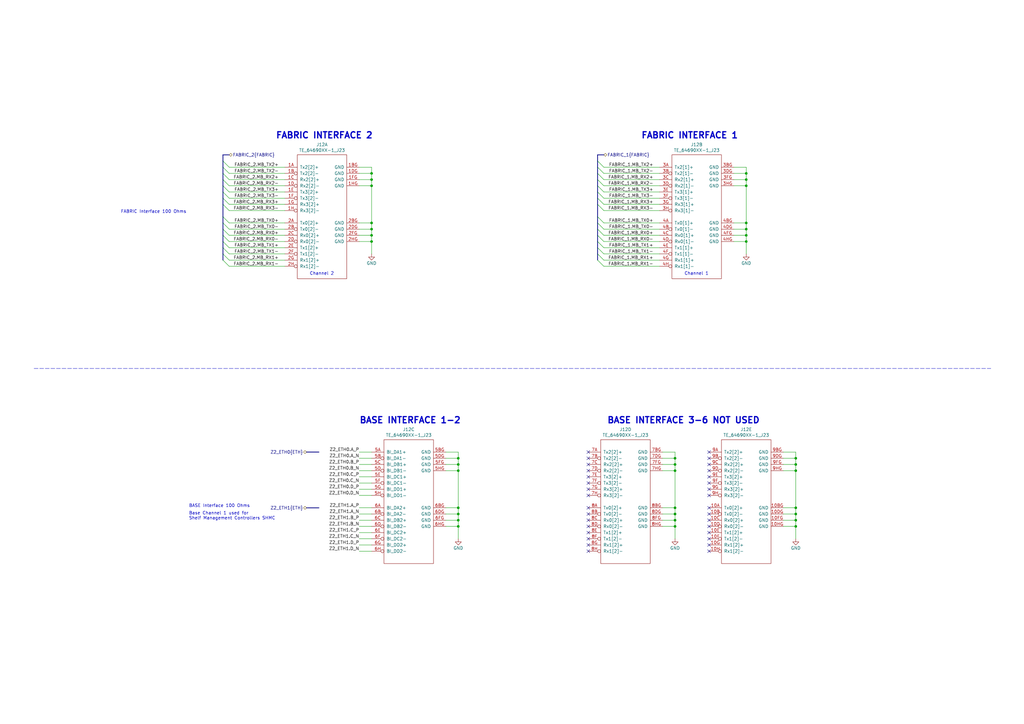
<source format=kicad_sch>
(kicad_sch (version 20211123) (generator eeschema)
  (paper "A3")
  (title_block (title "ATCA Template") (date "2023-01-05") (rev "1.0") (company "Karlsruhe Institute of Technology (KIT)") (comment 1 "Carsten Schmerbeck") (comment 2 "Luis Ardila") (comment 4 "Licensed under CERN-OHL-P v2"))
  (junction (at 306.07 91.44))
  (junction (at 276.86 208.28))
  (junction (at 187.96 187.96))
  (junction (at 276.86 210.82))
  (junction (at 306.07 93.98))
  (junction (at 276.86 190.5))
  (junction (at 306.07 71.12))
  (junction (at 326.39 210.82))
  (junction (at 326.39 208.28))
  (junction (at 326.39 193.04))
  (junction (at 187.96 210.82))
  (junction (at 152.4 91.44))
  (junction (at 187.96 193.04))
  (junction (at 276.86 215.9))
  (junction (at 152.4 73.66))
  (junction (at 306.07 96.52))
  (junction (at 152.4 96.52))
  (junction (at 187.96 215.9))
  (junction (at 326.39 187.96))
  (junction (at 152.4 99.06))
  (junction (at 276.86 187.96))
  (junction (at 276.86 213.36))
  (junction (at 326.39 215.9))
  (junction (at 306.07 73.66))
  (junction (at 326.39 190.5))
  (junction (at 306.07 99.06))
  (junction (at 306.07 76.2))
  (junction (at 187.96 190.5))
  (junction (at 187.96 213.36))
  (junction (at 187.96 208.28))
  (junction (at 152.4 76.2))
  (junction (at 276.86 193.04))
  (junction (at 326.39 213.36))
  (junction (at 152.4 93.98))
  (junction (at 152.4 71.12))
  (no_connect (at 241.3 226.06))
  (no_connect (at 290.83 226.06))
  (no_connect (at 290.83 220.98))
  (no_connect (at 290.83 223.52))
  (no_connect (at 241.3 190.5))
  (no_connect (at 241.3 200.66))
  (no_connect (at 241.3 215.9))
  (no_connect (at 241.3 195.58))
  (no_connect (at 290.83 213.36))
  (no_connect (at 241.3 187.96))
  (no_connect (at 241.3 218.44))
  (no_connect (at 290.83 193.04))
  (no_connect (at 290.83 185.42))
  (no_connect (at 290.83 198.12))
  (no_connect (at 241.3 210.82))
  (no_connect (at 241.3 208.28))
  (no_connect (at 241.3 213.36))
  (no_connect (at 290.83 195.58))
  (no_connect (at 241.3 193.04))
  (no_connect (at 290.83 190.5))
  (no_connect (at 241.3 198.12))
  (no_connect (at 241.3 223.52))
  (no_connect (at 290.83 215.9))
  (no_connect (at 290.83 210.82))
  (no_connect (at 290.83 218.44))
  (no_connect (at 241.3 203.2))
  (no_connect (at 290.83 200.66))
  (no_connect (at 241.3 220.98))
  (no_connect (at 290.83 203.2))
  (no_connect (at 290.83 187.96))
  (no_connect (at 241.3 185.42))
  (no_connect (at 290.83 208.28))
  (bus_entry (at 245.11 81.28) (size 2.54 2.54))
  (bus_entry (at 245.11 104.14) (size 2.54 2.54))
  (bus_entry (at 91.44 66.04) (size 2.54 2.54))
  (bus_entry (at 91.44 93.98) (size 2.54 2.54))
  (bus_entry (at 245.11 91.44) (size 2.54 2.54))
  (bus_entry (at 91.44 68.58) (size 2.54 2.54))
  (bus_entry (at 91.44 106.68) (size 2.54 2.54))
  (bus_entry (at 245.11 99.06) (size 2.54 2.54))
  (bus_entry (at 245.11 106.68) (size 2.54 2.54))
  (bus_entry (at 91.44 91.44) (size 2.54 2.54))
  (bus_entry (at 91.44 73.66) (size 2.54 2.54))
  (bus_entry (at 245.11 88.9) (size 2.54 2.54))
  (bus_entry (at 91.44 99.06) (size 2.54 2.54))
  (bus_entry (at 245.11 101.6) (size 2.54 2.54))
  (bus_entry (at 245.11 83.82) (size 2.54 2.54))
  (bus_entry (at 91.44 96.52) (size 2.54 2.54))
  (bus_entry (at 245.11 66.04) (size 2.54 2.54))
  (bus_entry (at 245.11 73.66) (size 2.54 2.54))
  (bus_entry (at 91.44 88.9) (size 2.54 2.54))
  (bus_entry (at 91.44 78.74) (size 2.54 2.54))
  (bus_entry (at 245.11 71.12) (size 2.54 2.54))
  (bus_entry (at 91.44 76.2) (size 2.54 2.54))
  (bus_entry (at 245.11 93.98) (size 2.54 2.54))
  (bus_entry (at 245.11 78.74) (size 2.54 2.54))
  (bus_entry (at 91.44 101.6) (size 2.54 2.54))
  (bus_entry (at 245.11 76.2) (size 2.54 2.54))
  (bus_entry (at 91.44 81.28) (size 2.54 2.54))
  (bus_entry (at 245.11 68.58) (size 2.54 2.54))
  (bus_entry (at 91.44 71.12) (size 2.54 2.54))
  (bus_entry (at 91.44 83.82) (size 2.54 2.54))
  (bus_entry (at 91.44 104.14) (size 2.54 2.54))
  (bus_entry (at 245.11 96.52) (size 2.54 2.54))
  (bus (pts (xy 91.44 68.58) (xy 91.44 66.04)))
  (wire (pts (xy 321.31 193.04) (xy 326.39 193.04)))
  (wire (pts (xy 182.88 187.96) (xy 187.96 187.96)))
  (wire (pts (xy 187.96 208.28) (xy 187.96 210.82)))
  (wire (pts (xy 247.65 104.14) (xy 270.51 104.14)))
  (wire (pts (xy 326.39 213.36) (xy 326.39 215.9)))
  (bus (pts (xy 91.44 88.9) (xy 91.44 83.82)))
  (wire (pts (xy 93.98 99.06) (xy 116.84 99.06)))
  (bus (pts (xy 245.11 81.28) (xy 245.11 78.74)))
  (wire (pts (xy 152.4 93.98) (xy 152.4 96.52)))
  (bus (pts (xy 245.11 73.66) (xy 245.11 71.12)))
  (wire (pts (xy 152.4 99.06) (xy 152.4 104.14)))
  (wire (pts (xy 271.78 210.82) (xy 276.86 210.82)))
  (wire (pts (xy 321.31 208.28) (xy 326.39 208.28)))
  (wire (pts (xy 326.39 215.9) (xy 326.39 220.98)))
  (wire (pts (xy 93.98 106.68) (xy 116.84 106.68)))
  (wire (pts (xy 276.86 193.04) (xy 276.86 208.28)))
  (wire (pts (xy 187.96 213.36) (xy 187.96 215.9)))
  (wire (pts (xy 247.65 106.68) (xy 270.51 106.68)))
  (wire (pts (xy 182.88 208.28) (xy 187.96 208.28)))
  (wire (pts (xy 306.07 96.52) (xy 306.07 99.06)))
  (bus (pts (xy 91.44 91.44) (xy 91.44 88.9)))
  (wire (pts (xy 147.32 96.52) (xy 152.4 96.52)))
  (wire (pts (xy 147.32 185.42) (xy 152.4 185.42)))
  (wire (pts (xy 247.65 101.6) (xy 270.51 101.6)))
  (wire (pts (xy 147.32 99.06) (xy 152.4 99.06)))
  (wire (pts (xy 300.99 91.44) (xy 306.07 91.44)))
  (bus (pts (xy 245.11 83.82) (xy 245.11 81.28)))
  (wire (pts (xy 271.78 208.28) (xy 276.86 208.28)))
  (wire (pts (xy 326.39 210.82) (xy 326.39 213.36)))
  (wire (pts (xy 93.98 86.36) (xy 116.84 86.36)))
  (wire (pts (xy 152.4 96.52) (xy 152.4 99.06)))
  (bus (pts (xy 245.11 91.44) (xy 245.11 88.9)))
  (wire (pts (xy 271.78 185.42) (xy 276.86 185.42)))
  (wire (pts (xy 300.99 99.06) (xy 306.07 99.06)))
  (wire (pts (xy 147.32 210.82) (xy 152.4 210.82)))
  (wire (pts (xy 326.39 187.96) (xy 326.39 190.5)))
  (wire (pts (xy 147.32 195.58) (xy 152.4 195.58)))
  (wire (pts (xy 93.98 76.2) (xy 116.84 76.2)))
  (wire (pts (xy 247.65 71.12) (xy 270.51 71.12)))
  (wire (pts (xy 152.4 226.06) (xy 147.32 226.06)))
  (wire (pts (xy 306.07 73.66) (xy 306.07 76.2)))
  (bus (pts (xy 91.44 104.14) (xy 91.44 101.6)))
  (wire (pts (xy 152.4 71.12) (xy 152.4 73.66)))
  (bus (pts (xy 245.11 71.12) (xy 245.11 68.58)))
  (wire (pts (xy 300.99 71.12) (xy 306.07 71.12)))
  (wire (pts (xy 247.65 76.2) (xy 270.51 76.2)))
  (bus (pts (xy 91.44 73.66) (xy 91.44 71.12)))
  (wire (pts (xy 306.07 99.06) (xy 306.07 104.14)))
  (wire (pts (xy 187.96 215.9) (xy 187.96 220.98)))
  (wire (pts (xy 321.31 185.42) (xy 326.39 185.42)))
  (polyline (pts (xy 13.97 151.13) (xy 406.4 151.13)))
  (wire (pts (xy 247.65 91.44) (xy 270.51 91.44)))
  (wire (pts (xy 93.98 91.44) (xy 116.84 91.44)))
  (bus (pts (xy 91.44 78.74) (xy 91.44 76.2)))
  (wire (pts (xy 247.65 78.74) (xy 270.51 78.74)))
  (wire (pts (xy 247.65 93.98) (xy 270.51 93.98)))
  (wire (pts (xy 276.86 187.96) (xy 276.86 190.5)))
  (bus (pts (xy 125.73 185.42) (xy 130.81 185.42)))
  (wire (pts (xy 271.78 187.96) (xy 276.86 187.96)))
  (bus (pts (xy 245.11 76.2) (xy 245.11 73.66)))
  (wire (pts (xy 93.98 109.22) (xy 116.84 109.22)))
  (wire (pts (xy 93.98 81.28) (xy 116.84 81.28)))
  (wire (pts (xy 247.65 96.52) (xy 270.51 96.52)))
  (wire (pts (xy 152.4 91.44) (xy 152.4 93.98)))
  (wire (pts (xy 300.99 93.98) (xy 306.07 93.98)))
  (wire (pts (xy 147.32 76.2) (xy 152.4 76.2)))
  (wire (pts (xy 306.07 91.44) (xy 306.07 93.98)))
  (wire (pts (xy 187.96 187.96) (xy 187.96 190.5)))
  (wire (pts (xy 152.4 76.2) (xy 152.4 91.44)))
  (wire (pts (xy 326.39 193.04) (xy 326.39 208.28)))
  (wire (pts (xy 321.31 190.5) (xy 326.39 190.5)))
  (wire (pts (xy 300.99 76.2) (xy 306.07 76.2)))
  (wire (pts (xy 182.88 213.36) (xy 187.96 213.36)))
  (wire (pts (xy 326.39 190.5) (xy 326.39 193.04)))
  (wire (pts (xy 147.32 187.96) (xy 152.4 187.96)))
  (wire (pts (xy 271.78 193.04) (xy 276.86 193.04)))
  (bus (pts (xy 245.11 78.74) (xy 245.11 76.2)))
  (bus (pts (xy 245.11 104.14) (xy 245.11 101.6)))
  (wire (pts (xy 93.98 93.98) (xy 116.84 93.98)))
  (bus (pts (xy 91.44 93.98) (xy 91.44 91.44)))
  (wire (pts (xy 276.86 208.28) (xy 276.86 210.82)))
  (bus (pts (xy 245.11 93.98) (xy 245.11 91.44)))
  (wire (pts (xy 147.32 71.12) (xy 152.4 71.12)))
  (wire (pts (xy 93.98 96.52) (xy 116.84 96.52)))
  (bus (pts (xy 91.44 83.82) (xy 91.44 81.28)))
  (wire (pts (xy 306.07 93.98) (xy 306.07 96.52)))
  (wire (pts (xy 147.32 73.66) (xy 152.4 73.66)))
  (wire (pts (xy 276.86 190.5) (xy 276.86 193.04)))
  (wire (pts (xy 147.32 215.9) (xy 152.4 215.9)))
  (wire (pts (xy 247.65 109.22) (xy 270.51 109.22)))
  (bus (pts (xy 91.44 76.2) (xy 91.44 73.66)))
  (wire (pts (xy 187.96 210.82) (xy 187.96 213.36)))
  (bus (pts (xy 245.11 88.9) (xy 245.11 83.82)))
  (bus (pts (xy 91.44 99.06) (xy 91.44 96.52)))
  (wire (pts (xy 276.86 185.42) (xy 276.86 187.96)))
  (wire (pts (xy 147.32 213.36) (xy 152.4 213.36)))
  (wire (pts (xy 147.32 93.98) (xy 152.4 93.98)))
  (wire (pts (xy 93.98 83.82) (xy 116.84 83.82)))
  (wire (pts (xy 326.39 208.28) (xy 326.39 210.82)))
  (wire (pts (xy 182.88 215.9) (xy 187.96 215.9)))
  (wire (pts (xy 147.32 208.28) (xy 152.4 208.28)))
  (wire (pts (xy 321.31 215.9) (xy 326.39 215.9)))
  (wire (pts (xy 93.98 101.6) (xy 116.84 101.6)))
  (bus (pts (xy 245.11 68.58) (xy 245.11 66.04)))
  (bus (pts (xy 91.44 66.04) (xy 91.44 63.5)))
  (wire (pts (xy 271.78 215.9) (xy 276.86 215.9)))
  (bus (pts (xy 91.44 71.12) (xy 91.44 68.58)))
  (wire (pts (xy 152.4 73.66) (xy 152.4 76.2)))
  (wire (pts (xy 147.32 91.44) (xy 152.4 91.44)))
  (bus (pts (xy 245.11 96.52) (xy 245.11 93.98)))
  (wire (pts (xy 271.78 190.5) (xy 276.86 190.5)))
  (wire (pts (xy 182.88 185.42) (xy 187.96 185.42)))
  (bus (pts (xy 245.11 66.04) (xy 245.11 63.5)))
  (wire (pts (xy 247.65 81.28) (xy 270.51 81.28)))
  (wire (pts (xy 300.99 68.58) (xy 306.07 68.58)))
  (bus (pts (xy 245.11 106.68) (xy 245.11 104.14)))
  (wire (pts (xy 152.4 220.98) (xy 147.32 220.98)))
  (wire (pts (xy 182.88 210.82) (xy 187.96 210.82)))
  (wire (pts (xy 306.07 76.2) (xy 306.07 91.44)))
  (bus (pts (xy 91.44 81.28) (xy 91.44 78.74)))
  (wire (pts (xy 182.88 193.04) (xy 187.96 193.04)))
  (wire (pts (xy 247.65 99.06) (xy 270.51 99.06)))
  (bus (pts (xy 245.11 99.06) (xy 245.11 96.52)))
  (wire (pts (xy 187.96 185.42) (xy 187.96 187.96)))
  (wire (pts (xy 276.86 210.82) (xy 276.86 213.36)))
  (wire (pts (xy 152.4 198.12) (xy 147.32 198.12)))
  (wire (pts (xy 93.98 104.14) (xy 116.84 104.14)))
  (bus (pts (xy 125.73 208.28) (xy 130.81 208.28)))
  (wire (pts (xy 306.07 71.12) (xy 306.07 73.66)))
  (bus (pts (xy 91.44 96.52) (xy 91.44 93.98)))
  (wire (pts (xy 187.96 190.5) (xy 187.96 193.04)))
  (wire (pts (xy 276.86 213.36) (xy 276.86 215.9)))
  (wire (pts (xy 321.31 210.82) (xy 326.39 210.82)))
  (wire (pts (xy 93.98 78.74) (xy 116.84 78.74)))
  (wire (pts (xy 187.96 193.04) (xy 187.96 208.28)))
  (wire (pts (xy 247.65 73.66) (xy 270.51 73.66)))
  (bus (pts (xy 245.11 101.6) (xy 245.11 99.06)))
  (wire (pts (xy 326.39 185.42) (xy 326.39 187.96)))
  (wire (pts (xy 147.32 218.44) (xy 152.4 218.44)))
  (wire (pts (xy 321.31 213.36) (xy 326.39 213.36)))
  (wire (pts (xy 276.86 215.9) (xy 276.86 220.98)))
  (wire (pts (xy 147.32 193.04) (xy 152.4 193.04)))
  (wire (pts (xy 182.88 190.5) (xy 187.96 190.5)))
  (wire (pts (xy 247.65 86.36) (xy 270.51 86.36)))
  (wire (pts (xy 93.98 71.12) (xy 116.84 71.12)))
  (wire (pts (xy 321.31 187.96) (xy 326.39 187.96)))
  (wire (pts (xy 271.78 213.36) (xy 276.86 213.36)))
  (wire (pts (xy 147.32 68.58) (xy 152.4 68.58)))
  (wire (pts (xy 147.32 190.5) (xy 152.4 190.5)))
  (wire (pts (xy 93.98 68.58) (xy 116.84 68.58)))
  (wire (pts (xy 152.4 203.2) (xy 147.32 203.2)))
  (wire (pts (xy 152.4 68.58) (xy 152.4 71.12)))
  (wire (pts (xy 93.98 73.66) (xy 116.84 73.66)))
  (bus (pts (xy 91.44 63.5) (xy 93.98 63.5)))
  (wire (pts (xy 247.65 68.58) (xy 270.51 68.58)))
  (wire (pts (xy 247.65 83.82) (xy 270.51 83.82)))
  (bus (pts (xy 91.44 106.68) (xy 91.44 104.14)))
  (wire (pts (xy 300.99 96.52) (xy 306.07 96.52)))
  (wire (pts (xy 306.07 68.58) (xy 306.07 71.12)))
  (bus (pts (xy 91.44 101.6) (xy 91.44 99.06)))
  (bus (pts (xy 245.11 63.5) (xy 247.65 63.5)))
  (wire (pts (xy 147.32 200.66) (xy 152.4 200.66)))
  (wire (pts (xy 147.32 223.52) (xy 152.4 223.52)))
  (wire (pts (xy 300.99 73.66) (xy 306.07 73.66)))
  (text "FABRIC Interface 100 Ohms" (at 49.53 87.63 0) (effects (font (size 1.27 1.27)) (justify left bottom)))
  (text "BASE INTERFACE 3-6 NOT USED" (at 248.92 173.99 0) (effects (font (size 2.54 2.54) (thickness 0.508) bold) (justify left bottom)))
  (text "FABRIC INTERFACE 1" (at 262.89 57.15 0) (effects (font (size 2.54 2.54) (thickness 0.508) bold) (justify left bottom)))
  (text "Base Channel 1 used for\nShelf Management Controllers SHMC " (at 77.47 213.36 0) (effects (font (size 1.27 1.27)) (justify left bottom)))
  (text "FABRIC INTERFACE 2" (at 113.03 57.15 0) (effects (font (size 2.54 2.54) (thickness 0.508) bold) (justify left bottom)))
  (text "BASE Interface 100 Ohms" (at 77.47 208.28 0) (effects (font (size 1.27 1.27)) (justify left bottom)))
  (text "Channel 1" (at 280.67 113.03 0) (effects (font (size 1.27 1.27)) (justify left bottom)))
  (text "Channel 2" (at 127 113.03 0) (effects (font (size 1.27 1.27)) (justify left bottom)))
  (text "BASE INTERFACE 1-2" (at 147.32 173.99 0) (effects (font (size 2.54 2.54) (thickness 0.508) bold) (justify left bottom)))
  (label "Z2_ETH1.A_P" (at 147.32 208.28 180))
  (label "FABRIC_2.MB_RX3+" (at 114.3 83.82 180))
  (label "FABRIC_2.MB_TX2-" (at 114.3 71.12 180))
  (label "Z2_ETH0.A_P" (at 147.32 185.42 180))
  (label "FABRIC_2.MB_RX2-" (at 114.3 76.2 180))
  (label "FABRIC_2.MB_TX0+" (at 114.3 91.44 180))
  (label "FABRIC_1.MB_TX2+" (at 267.97 68.58 180))
  (label "Z2_ETH0.B_P" (at 147.32 190.5 180))
  (label "Z2_ETH0.B_N" (at 147.32 193.04 180))
  (label "FABRIC_2.MB_RX2+" (at 114.3 73.66 180))
  (label "Z2_ETH0.D_P" (at 147.32 200.66 180))
  (label "FABRIC_2.MB_RX1+" (at 114.3 106.68 180))
  (label "Z2_ETH1.C_N" (at 147.32 220.98 180))
  (label "FABRIC_2.MB_TX3-" (at 114.3 81.28 180))
  (label "FABRIC_1.MB_TX1+" (at 267.97 101.6 180))
  (label "FABRIC_1.MB_RX2+" (at 267.97 73.66 180))
  (label "FABRIC_1.MB_TX0+" (at 267.97 91.44 180))
  (label "Z2_ETH1.D_N" (at 147.32 226.06 180))
  (label "Z2_ETH0.D_N" (at 147.32 203.2 180))
  (label "Z2_ETH0.C_N" (at 147.32 198.12 180))
  (label "Z2_ETH1.B_N" (at 147.32 215.9 180))
  (label "FABRIC_2.MB_RX1-" (at 114.3 109.22 180))
  (label "Z2_ETH0.C_P" (at 147.32 195.58 180))
  (label "Z2_ETH0.A_N" (at 147.32 187.96 180))
  (label "FABRIC_2.MB_TX2+" (at 114.3 68.58 180))
  (label "FABRIC_2.MB_RX0+" (at 114.3 96.52 180))
  (label "FABRIC_1.MB_TX3-" (at 267.97 81.28 180))
  (label "FABRIC_2.MB_TX0-" (at 114.3 93.98 180))
  (label "Z2_ETH1.C_P" (at 147.32 218.44 180))
  (label "FABRIC_1.MB_TX1-" (at 267.97 104.14 180))
  (label "Z2_ETH1.B_P" (at 147.32 213.36 180))
  (label "Z2_ETH1.D_P" (at 147.32 223.52 180))
  (label "FABRIC_2.MB_TX3+" (at 114.3 78.74 180))
  (label "FABRIC_1.MB_RX3+" (at 267.97 83.82 180))
  (label "FABRIC_1.MB_TX3+" (at 267.97 78.74 180))
  (label "FABRIC_1.MB_RX3-" (at 267.97 86.36 180))
  (label "FABRIC_2.MB_RX0-" (at 114.3 99.06 180))
  (label "FABRIC_1.MB_RX1-" (at 267.97 109.22 180))
  (label "FABRIC_1.MB_RX0-" (at 267.97 99.06 180))
  (label "FABRIC_1.MB_RX1+" (at 267.97 106.68 180))
  (label "FABRIC_1.MB_RX0+" (at 267.97 96.52 180))
  (label "FABRIC_1.MB_TX2-" (at 267.97 71.12 180))
  (label "FABRIC_2.MB_TX1+" (at 114.3 101.6 180))
  (label "FABRIC_2.MB_RX3-" (at 114.3 86.36 180))
  (label "FABRIC_2.MB_TX1-" (at 114.3 104.14 180))
  (label "FABRIC_1.MB_TX0-" (at 267.97 93.98 180))
  (label "Z2_ETH1.A_N" (at 147.32 210.82 180))
  (label "FABRIC_1.MB_RX2-" (at 267.97 76.2 180))
  (hierarchical_label "FABRIC_1{FABRIC}" (shape bidirectional) (at 247.65 63.5 0))
  (hierarchical_label "Z2_ETH1{ETH}" (shape bidirectional) (at 125.73 208.28 180))
  (hierarchical_label "Z2_ETH0{ETH}" (shape bidirectional) (at 125.73 185.42 180))
  (hierarchical_label "FABRIC_2{FABRIC}" (shape bidirectional) (at 93.98 63.5 0))
  (symbol (lib_name "TE_64690XX-1_J23_1") (lib_id "KIT_Connector:TE_64690XX-1_J23") (at 132.08 88.9 0) (unit 1)
    (property "Reference" "J12" (at 132.08 59.309 0))
    (property "Value" "TE_64690XX-1_J23" (at 132.08 61.6204 0))
    (property "Footprint" "KIT_Connector:TE_6469001-1" (effects hide))
    (property "Datasheet" "https://www.te.com/commerce/DocumentDelivery/DDEController?Action=srchrtrv&DocNm=6469001&DocType=Customer+Drawing&DocLang=English" (effects hide))
    (property "digikey#" "A121106-ND" (effects hide))
    (property "manf" "TE Connectivity" (effects hide))
    (property "manf#" "6469001-1" (effects hide))
    (property "stock" "Serenity: 20" (effects hide))
    (property "mouser#" "571-6469001-1" (effects hide))
  )
  (symbol (lib_name "TE_64690XX-1_J23_2") (lib_id "KIT_Connector:TE_64690XX-1_J23") (at 167.64 205.74 0) (unit 3)
    (property "Reference" "J12" (at 167.64 176.149 0))
    (property "Value" "TE_64690XX-1_J23" (at 167.64 178.4604 0))
    (property "Footprint" "KIT_Connector:TE_6469001-1" (effects hide))
    (property "Datasheet" "https://www.te.com/commerce/DocumentDelivery/DDEController?Action=srchrtrv&DocNm=6469001&DocType=Customer+Drawing&DocLang=English" (effects hide))
    (property "digikey#" "A121106-ND" (effects hide))
    (property "manf" "TE Connectivity" (effects hide))
    (property "manf#" "6469001-1" (effects hide))
    (property "stock" "Serenity: 20" (effects hide))
    (property "mouser#" "571-6469001-1" (effects hide))
  )
  (symbol (lib_name "TE_64690XX-1_J23_4") (lib_id "KIT_Connector:TE_64690XX-1_J23") (at 256.54 205.74 0) (unit 4)
    (property "Reference" "J12" (at 256.54 176.149 0))
    (property "Value" "TE_64690XX-1_J23" (at 256.54 178.4604 0))
    (property "Footprint" "KIT_Connector:TE_6469001-1" (effects hide))
    (property "Datasheet" "https://www.te.com/commerce/DocumentDelivery/DDEController?Action=srchrtrv&DocNm=6469001&DocType=Customer+Drawing&DocLang=English" (effects hide))
    (property "digikey#" "A121106-ND" (effects hide))
    (property "manf" "TE Connectivity" (effects hide))
    (property "manf#" "6469001-1" (effects hide))
    (property "stock" "Serenity: 20" (effects hide))
    (property "mouser#" "571-6469001-1" (effects hide))
  )
  (symbol (lib_id "power:GND") (at 306.07 104.14 0) (unit 1)
    (property "Reference" "#PWR0776" (effects hide))
    (property "Value" "GND" (at 306.07 107.95 0))
  )
  (symbol (lib_id "power:GND") (at 326.39 220.98 0) (unit 1)
    (property "Reference" "#PWR0855" (effects hide))
    (property "Value" "GND" (at 326.39 224.79 0))
  )
  (symbol (lib_id "KIT_Connector:TE_64690XX-1_J23") (at 306.07 205.74 0) (unit 5)
    (property "Reference" "J12" (at 306.07 176.149 0))
    (property "Value" "TE_64690XX-1_J23" (at 306.07 178.4604 0))
    (property "Footprint" "KIT_Connector:TE_6469001-1" (effects hide))
    (property "Datasheet" "https://www.te.com/commerce/DocumentDelivery/DDEController?Action=srchrtrv&DocNm=6469001&DocType=Customer+Drawing&DocLang=English" (effects hide))
    (property "digikey#" "A121106-ND" (effects hide))
    (property "manf" "TE Connectivity" (effects hide))
    (property "manf#" "6469001-1" (effects hide))
    (property "stock" "Serenity: 20" (effects hide))
    (property "mouser#" "571-6469001-1" (effects hide))
  )
  (symbol (lib_name "TE_64690XX-1_J23_3") (lib_id "KIT_Connector:TE_64690XX-1_J23") (at 285.75 88.9 0) (unit 2)
    (property "Reference" "J12" (at 285.75 59.309 0))
    (property "Value" "TE_64690XX-1_J23" (at 285.75 61.6204 0))
    (property "Footprint" "KIT_Connector:TE_6469001-1" (effects hide))
    (property "Datasheet" "https://www.te.com/commerce/DocumentDelivery/DDEController?Action=srchrtrv&DocNm=6469001&DocType=Customer+Drawing&DocLang=English" (effects hide))
    (property "digikey#" "A121106-ND" (effects hide))
    (property "manf" "TE Connectivity" (effects hide))
    (property "manf#" "6469001-1" (effects hide))
    (property "stock" "Serenity: 20" (effects hide))
    (property "mouser#" "571-6469001-1" (effects hide))
  )
  (symbol (lib_id "power:GND") (at 276.86 220.98 0) (unit 1)
    (property "Reference" "#PWR0778" (effects hide))
    (property "Value" "GND" (at 276.86 224.79 0))
  )
  (symbol (lib_id "power:GND") (at 152.4 104.14 0) (unit 1)
    (property "Reference" "#PWR0779" (effects hide))
    (property "Value" "GND" (at 152.4 107.95 0))
  )
  (symbol (lib_id "power:GND") (at 187.96 220.98 0) (unit 1)
    (property "Reference" "#PWR0856" (effects hide))
    (property "Value" "GND" (at 187.96 224.79 0))
  )
)
</source>
